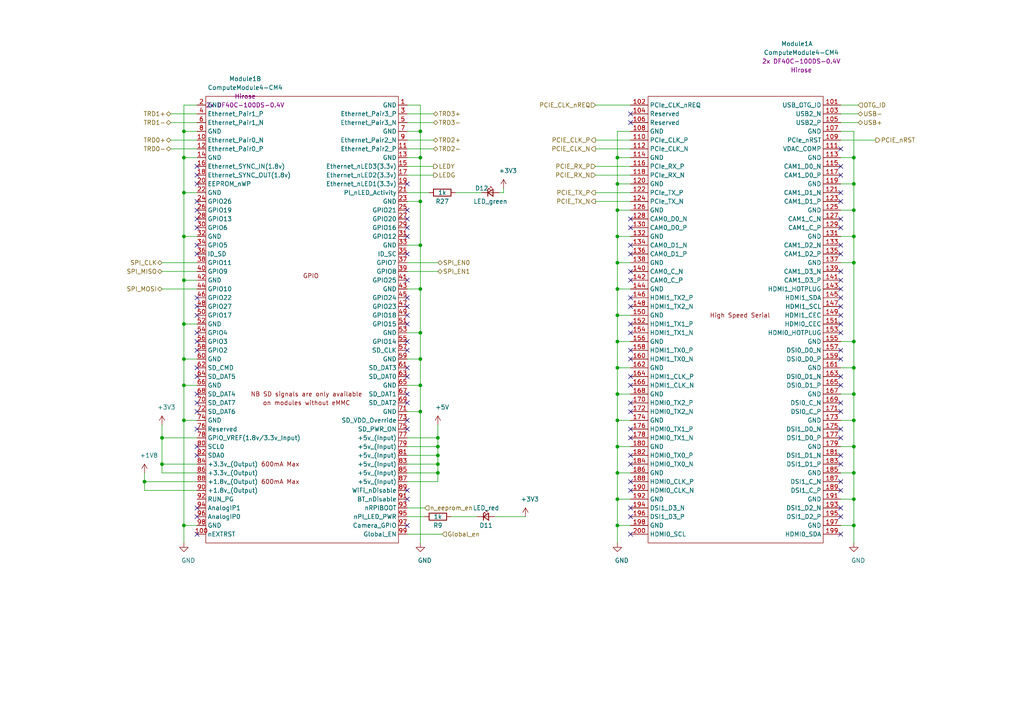
<source format=kicad_sch>
(kicad_sch (version 20211123) (generator eeschema)
  (paper "A4")
  (lib_symbols
    (symbol "CM4_NAS:ComputeModule4-CM4"
      (property "Reference" "Module" (at 113.03 -68.58 0))
      (property "Value" "ComputeModule4-CM4" (at 140.97 2.54 0))
      (property "Field4" "Hirose" (at 0 0 0))
      (property "Field5" "2x DF40C-100DS-0.4V" (at 0 -2.54 0))
      (symbol "ComputeModule4-CM4_1_0"
        (text "GPIO" (at 0 6.35 0) (effects (font (size 1.27 1.27))))
      )
      (symbol "ComputeModule4-CM4_1_1"
        (rectangle (start -30.48 -71.12) (end 25.4 58.42))
        (text "600mA Max" (at -8.89 -53.34 0) (effects (font (size 1.27 1.27))))
        (text "600mA Max" (at -8.89 -48.26 0) (effects (font (size 1.27 1.27))))
        (text "NB SD signals are only available" (at -1.27 -27.94 0) (effects (font (size 1.27 1.27))))
        (text "on modules without eMMC" (at -1.27 -30.48 0) (effects (font (size 1.27 1.27))))
        (pin power_in line (at 27.94 55.88 180) (length 2.54) (name "GND") (number "1"))
        (pin passive line (at -33.02 45.72 0) (length 2.54) (name "Ethernet_Pair0_N") (number "10"))
        (pin output line (at -33.02 -68.58 0) (length 2.54) (name "nEXTRST") (number "100"))
        (pin passive line (at 27.94 43.18 180) (length 2.54) (name "Ethernet_Pair2_P") (number "11"))
        (pin passive line (at -33.02 43.18 0) (length 2.54) (name "Ethernet_Pair0_P") (number "12"))
        (pin power_in line (at 27.94 40.64 180) (length 2.54) (name "GND") (number "13"))
        (pin power_in line (at -33.02 40.64 0) (length 2.54) (name "GND") (number "14"))
        (pin output line (at 27.94 38.1 180) (length 2.54) (name "Ethernet_nLED3(3.3v)") (number "15"))
        (pin input line (at -33.02 38.1 0) (length 2.54) (name "Ethernet_SYNC_IN(1.8v)") (number "16"))
        (pin output line (at 27.94 35.56 180) (length 2.54) (name "Ethernet_nLED2(3.3v)") (number "17"))
        (pin input line (at -33.02 35.56 0) (length 2.54) (name "Ethernet_SYNC_OUT(1.8v)") (number "18"))
        (pin output line (at 27.94 33.02 180) (length 2.54) (name "Ethernet_nLED1(3.3v)") (number "19"))
        (pin power_in line (at -33.02 55.88 0) (length 2.54) (name "GND") (number "2"))
        (pin passive line (at -33.02 33.02 0) (length 2.54) (name "EEPROM_nWP") (number "20"))
        (pin open_collector line (at 27.94 30.48 180) (length 2.54) (name "PI_nLED_Activity") (number "21"))
        (pin power_in line (at -33.02 30.48 0) (length 2.54) (name "GND") (number "22"))
        (pin power_in line (at 27.94 27.94 180) (length 2.54) (name "GND") (number "23"))
        (pin passive line (at -33.02 27.94 0) (length 2.54) (name "GPIO26") (number "24"))
        (pin passive line (at 27.94 25.4 180) (length 2.54) (name "GPIO21") (number "25"))
        (pin passive line (at -33.02 25.4 0) (length 2.54) (name "GPIO19") (number "26"))
        (pin passive line (at 27.94 22.86 180) (length 2.54) (name "GPIO20") (number "27"))
        (pin passive line (at -33.02 22.86 0) (length 2.54) (name "GPIO13") (number "28"))
        (pin passive line (at 27.94 20.32 180) (length 2.54) (name "GPIO16") (number "29"))
        (pin passive line (at 27.94 53.34 180) (length 2.54) (name "Ethernet_Pair3_P") (number "3"))
        (pin passive line (at -33.02 20.32 0) (length 2.54) (name "GPIO6") (number "30"))
        (pin passive line (at 27.94 17.78 180) (length 2.54) (name "GPIO12") (number "31"))
        (pin power_in line (at -33.02 17.78 0) (length 2.54) (name "GND") (number "32"))
        (pin power_in line (at 27.94 15.24 180) (length 2.54) (name "GND") (number "33"))
        (pin passive line (at -33.02 15.24 0) (length 2.54) (name "GPIO5") (number "34"))
        (pin passive line (at 27.94 12.7 180) (length 2.54) (name "ID_SC") (number "35"))
        (pin passive line (at -33.02 12.7 0) (length 2.54) (name "ID_SD") (number "36"))
        (pin passive line (at 27.94 10.16 180) (length 2.54) (name "GPIO7") (number "37"))
        (pin passive line (at -33.02 10.16 0) (length 2.54) (name "GPIO11") (number "38"))
        (pin passive line (at 27.94 7.62 180) (length 2.54) (name "GPIO8") (number "39"))
        (pin passive line (at -33.02 53.34 0) (length 2.54) (name "Ethernet_Pair1_P") (number "4"))
        (pin passive line (at -33.02 7.62 0) (length 2.54) (name "GPIO9") (number "40"))
        (pin passive line (at 27.94 5.08 180) (length 2.54) (name "GPIO25") (number "41"))
        (pin power_in line (at -33.02 5.08 0) (length 2.54) (name "GND") (number "42"))
        (pin power_in line (at 27.94 2.54 180) (length 2.54) (name "GND") (number "43"))
        (pin passive line (at -33.02 2.54 0) (length 2.54) (name "GPIO10") (number "44"))
        (pin passive line (at 27.94 0 180) (length 2.54) (name "GPIO24") (number "45"))
        (pin passive line (at -33.02 0 0) (length 2.54) (name "GPIO22") (number "46"))
        (pin passive line (at 27.94 -2.54 180) (length 2.54) (name "GPIO23") (number "47"))
        (pin passive line (at -33.02 -2.54 0) (length 2.54) (name "GPIO27") (number "48"))
        (pin passive line (at 27.94 -5.08 180) (length 2.54) (name "GPIO18") (number "49"))
        (pin passive line (at 27.94 50.8 180) (length 2.54) (name "Ethernet_Pair3_N") (number "5"))
        (pin passive line (at -33.02 -5.08 0) (length 2.54) (name "GPIO17") (number "50"))
        (pin passive line (at 27.94 -7.62 180) (length 2.54) (name "GPIO15") (number "51"))
        (pin power_in line (at -33.02 -7.62 0) (length 2.54) (name "GND") (number "52"))
        (pin power_in line (at 27.94 -10.16 180) (length 2.54) (name "GND") (number "53"))
        (pin passive line (at -33.02 -10.16 0) (length 2.54) (name "GPIO4") (number "54"))
        (pin passive line (at 27.94 -12.7 180) (length 2.54) (name "GPIO14") (number "55"))
        (pin passive line (at -33.02 -12.7 0) (length 2.54) (name "GPIO3") (number "56"))
        (pin passive line (at 27.94 -15.24 180) (length 2.54) (name "SD_CLK") (number "57"))
        (pin passive line (at -33.02 -15.24 0) (length 2.54) (name "GPIO2") (number "58"))
        (pin power_in line (at 27.94 -17.78 180) (length 2.54) (name "GND") (number "59"))
        (pin passive line (at -33.02 50.8 0) (length 2.54) (name "Ethernet_Pair1_N") (number "6"))
        (pin power_in line (at -33.02 -17.78 0) (length 2.54) (name "GND") (number "60"))
        (pin passive line (at 27.94 -20.32 180) (length 2.54) (name "SD_DAT3") (number "61"))
        (pin passive line (at -33.02 -20.32 0) (length 2.54) (name "SD_CMD") (number "62"))
        (pin passive line (at 27.94 -22.86 180) (length 2.54) (name "SD_DAT0") (number "63"))
        (pin passive line (at -33.02 -22.86 0) (length 2.54) (name "SD_DAT5") (number "64"))
        (pin power_in line (at 27.94 -25.4 180) (length 2.54) (name "GND") (number "65"))
        (pin power_in line (at -33.02 -25.4 0) (length 2.54) (name "GND") (number "66"))
        (pin passive line (at 27.94 -27.94 180) (length 2.54) (name "SD_DAT1") (number "67"))
        (pin passive line (at -33.02 -27.94 0) (length 2.54) (name "SD_DAT4") (number "68"))
        (pin passive line (at 27.94 -30.48 180) (length 2.54) (name "SD_DAT2") (number "69"))
        (pin power_in line (at 27.94 48.26 180) (length 2.54) (name "GND") (number "7"))
        (pin passive line (at -33.02 -30.48 0) (length 2.54) (name "SD_DAT7") (number "70"))
        (pin power_in line (at 27.94 -33.02 180) (length 2.54) (name "GND") (number "71"))
        (pin passive line (at -33.02 -33.02 0) (length 2.54) (name "SD_DAT6") (number "72"))
        (pin input line (at 27.94 -35.56 180) (length 2.54) (name "SD_VDD_Override") (number "73"))
        (pin power_in line (at -33.02 -35.56 0) (length 2.54) (name "GND") (number "74"))
        (pin output line (at 27.94 -38.1 180) (length 2.54) (name "SD_PWR_ON") (number "75"))
        (pin passive line (at -33.02 -38.1 0) (length 2.54) (name "Reserved") (number "76"))
        (pin power_in line (at 27.94 -40.64 180) (length 2.54) (name "+5v_(Input)") (number "77"))
        (pin power_in line (at -33.02 -40.64 0) (length 2.54) (name "GPIO_VREF(1.8v/3.3v_Input)") (number "78"))
        (pin power_in line (at 27.94 -43.18 180) (length 2.54) (name "+5v_(Input)") (number "79"))
        (pin power_in line (at -33.02 48.26 0) (length 2.54) (name "GND") (number "8"))
        (pin passive line (at -33.02 -43.18 0) (length 2.54) (name "SCL0") (number "80"))
        (pin power_in line (at 27.94 -45.72 180) (length 2.54) (name "+5v_(Input)") (number "81"))
        (pin passive line (at -33.02 -45.72 0) (length 2.54) (name "SDA0") (number "82"))
        (pin power_in line (at 27.94 -48.26 180) (length 2.54) (name "+5v_(Input)") (number "83"))
        (pin power_out line (at -33.02 -48.26 0) (length 2.54) (name "+3.3v_(Output)") (number "84"))
        (pin power_in line (at 27.94 -50.8 180) (length 2.54) (name "+5v_(Input)") (number "85"))
        (pin power_out line (at -33.02 -50.8 0) (length 2.54) (name "+3.3v_(Output)") (number "86"))
        (pin power_in line (at 27.94 -53.34 180) (length 2.54) (name "+5v_(Input)") (number "87"))
        (pin power_out line (at -33.02 -53.34 0) (length 2.54) (name "+1.8v_(Output)") (number "88"))
        (pin power_in line (at 27.94 -55.88 180) (length 2.54) (name "WiFi_nDisable") (number "89"))
        (pin passive line (at 27.94 45.72 180) (length 2.54) (name "Ethernet_Pair2_N") (number "9"))
        (pin power_out line (at -33.02 -55.88 0) (length 2.54) (name "+1.8v_(Output)") (number "90"))
        (pin power_in line (at 27.94 -58.42 180) (length 2.54) (name "BT_nDisable") (number "91"))
        (pin passive line (at -33.02 -58.42 0) (length 2.54) (name "RUN_PG") (number "92"))
        (pin input line (at 27.94 -60.96 180) (length 2.54) (name "nRPIBOOT") (number "93"))
        (pin passive line (at -33.02 -60.96 0) (length 2.54) (name "AnalogIP1") (number "94"))
        (pin output line (at 27.94 -63.5 180) (length 2.54) (name "nPI_LED_PWR") (number "95"))
        (pin passive line (at -33.02 -63.5 0) (length 2.54) (name "AnalogIP0") (number "96"))
        (pin passive line (at 27.94 -66.04 180) (length 2.54) (name "Camera_GPIO") (number "97"))
        (pin power_in line (at -33.02 -66.04 0) (length 2.54) (name "GND") (number "98"))
        (pin input line (at 27.94 -68.58 180) (length 2.54) (name "Global_EN") (number "99"))
      )
      (symbol "ComputeModule4-CM4_2_1"
        (rectangle (start 114.3 -66.04) (end 165.1 63.5))
        (text "High Speed Serial" (at 140.97 0 0) (effects (font (size 1.27 1.27))))
        (pin input line (at 170.18 60.96 180) (length 5.08) (name "USB_OTG_ID") (number "101"))
        (pin input line (at 109.22 60.96 0) (length 5.08) (name "PCIe_CLK_nREQ") (number "102"))
        (pin passive line (at 170.18 58.42 180) (length 5.08) (name "USB2_N") (number "103"))
        (pin passive line (at 109.22 58.42 0) (length 5.08) (name "Reserved") (number "104"))
        (pin passive line (at 170.18 55.88 180) (length 5.08) (name "USB2_P") (number "105"))
        (pin passive line (at 109.22 55.88 0) (length 5.08) (name "Reserved") (number "106"))
        (pin power_in line (at 170.18 53.34 180) (length 5.08) (name "GND") (number "107"))
        (pin power_in line (at 109.22 53.34 0) (length 5.08) (name "GND") (number "108"))
        (pin bidirectional line (at 170.18 50.8 180) (length 5.08) (name "PCIe_nRST") (number "109"))
        (pin output line (at 109.22 50.8 0) (length 5.08) (name "PCIe_CLK_P") (number "110"))
        (pin passive line (at 170.18 48.26 180) (length 5.08) (name "VDAC_COMP") (number "111"))
        (pin output line (at 109.22 48.26 0) (length 5.08) (name "PCIe_CLK_N") (number "112"))
        (pin power_in line (at 170.18 45.72 180) (length 5.08) (name "GND") (number "113"))
        (pin power_in line (at 109.22 45.72 0) (length 5.08) (name "GND") (number "114"))
        (pin input line (at 170.18 43.18 180) (length 5.08) (name "CAM1_D0_N") (number "115"))
        (pin input line (at 109.22 43.18 0) (length 5.08) (name "PCIe_RX_P") (number "116"))
        (pin input line (at 170.18 40.64 180) (length 5.08) (name "CAM1_D0_P") (number "117"))
        (pin input line (at 109.22 40.64 0) (length 5.08) (name "PCIe_RX_N") (number "118"))
        (pin power_in line (at 170.18 38.1 180) (length 5.08) (name "GND") (number "119"))
        (pin power_in line (at 109.22 38.1 0) (length 5.08) (name "GND") (number "120"))
        (pin input line (at 170.18 35.56 180) (length 5.08) (name "CAM1_D1_N") (number "121"))
        (pin output line (at 109.22 35.56 0) (length 5.08) (name "PCIe_TX_P") (number "122"))
        (pin input line (at 170.18 33.02 180) (length 5.08) (name "CAM1_D1_P") (number "123"))
        (pin output line (at 109.22 33.02 0) (length 5.08) (name "PCIe_TX_N") (number "124"))
        (pin power_in line (at 170.18 30.48 180) (length 5.08) (name "GND") (number "125"))
        (pin power_in line (at 109.22 30.48 0) (length 5.08) (name "GND") (number "126"))
        (pin input line (at 170.18 27.94 180) (length 5.08) (name "CAM1_C_N") (number "127"))
        (pin input line (at 109.22 27.94 0) (length 5.08) (name "CAM0_D0_N") (number "128"))
        (pin input line (at 170.18 25.4 180) (length 5.08) (name "CAM1_C_P") (number "129"))
        (pin input line (at 109.22 25.4 0) (length 5.08) (name "CAM0_D0_P") (number "130"))
        (pin power_in line (at 170.18 22.86 180) (length 5.08) (name "GND") (number "131"))
        (pin power_in line (at 109.22 22.86 0) (length 5.08) (name "GND") (number "132"))
        (pin input line (at 170.18 20.32 180) (length 5.08) (name "CAM1_D2_N") (number "133"))
        (pin input line (at 109.22 20.32 0) (length 5.08) (name "CAM0_D1_N") (number "134"))
        (pin input line (at 170.18 17.78 180) (length 5.08) (name "CAM1_D2_P") (number "135"))
        (pin input line (at 109.22 17.78 0) (length 5.08) (name "CAM0_D1_P") (number "136"))
        (pin power_in line (at 170.18 15.24 180) (length 5.08) (name "GND") (number "137"))
        (pin power_in line (at 109.22 15.24 0) (length 5.08) (name "GND") (number "138"))
        (pin input line (at 170.18 12.7 180) (length 5.08) (name "CAM1_D3_N") (number "139"))
        (pin input line (at 109.22 12.7 0) (length 5.08) (name "CAM0_C_N") (number "140"))
        (pin input line (at 170.18 10.16 180) (length 5.08) (name "CAM1_D3_P") (number "141"))
        (pin input line (at 109.22 10.16 0) (length 5.08) (name "CAM0_C_P") (number "142"))
        (pin input line (at 170.18 7.62 180) (length 5.08) (name "HDMI1_HOTPLUG") (number "143"))
        (pin power_in line (at 109.22 7.62 0) (length 5.08) (name "GND") (number "144"))
        (pin bidirectional line (at 170.18 5.08 180) (length 5.08) (name "HDMI1_SDA") (number "145"))
        (pin output line (at 109.22 5.08 0) (length 5.08) (name "HDMI1_TX2_P") (number "146"))
        (pin open_collector line (at 170.18 2.54 180) (length 5.08) (name "HDMI1_SCL") (number "147"))
        (pin output line (at 109.22 2.54 0) (length 5.08) (name "HDMI1_TX2_N") (number "148"))
        (pin open_collector line (at 170.18 0 180) (length 5.08) (name "HDMI1_CEC") (number "149"))
        (pin power_in line (at 109.22 0 0) (length 5.08) (name "GND") (number "150"))
        (pin open_collector line (at 170.18 -2.54 180) (length 5.08) (name "HDMI0_CEC") (number "151"))
        (pin output line (at 109.22 -2.54 0) (length 5.08) (name "HDMI1_TX1_P") (number "152"))
        (pin input line (at 170.18 -5.08 180) (length 5.08) (name "HDMI0_HOTPLUG") (number "153"))
        (pin output line (at 109.22 -5.08 0) (length 5.08) (name "HDMI1_TX1_N") (number "154"))
        (pin power_in line (at 170.18 -7.62 180) (length 5.08) (name "GND") (number "155"))
        (pin power_in line (at 109.22 -7.62 0) (length 5.08) (name "GND") (number "156"))
        (pin output line (at 170.18 -10.16 180) (length 5.08) (name "DSI0_D0_N") (number "157"))
        (pin output line (at 109.22 -10.16 0) (length 5.08) (name "HDMI1_TX0_P") (number "158"))
        (pin output line (at 170.18 -12.7 180) (length 5.08) (name "DSI0_D0_P") (number "159"))
        (pin output line (at 109.22 -12.7 0) (length 5.08) (name "HDMI1_TX0_N") (number "160"))
        (pin power_in line (at 170.18 -15.24 180) (length 5.08) (name "GND") (number "161"))
        (pin power_in line (at 109.22 -15.24 0) (length 5.08) (name "GND") (number "162"))
        (pin output line (at 170.18 -17.78 180) (length 5.08) (name "DSI0_D1_N") (number "163"))
        (pin output line (at 109.22 -17.78 0) (length 5.08) (name "HDMI1_CLK_P") (number "164"))
        (pin output line (at 170.18 -20.32 180) (length 5.08) (name "DSI0_D1_P") (number "165"))
        (pin output line (at 109.22 -20.32 0) (length 5.08) (name "HDMI1_CLK_N") (number "166"))
        (pin power_in line (at 170.18 -22.86 180) (length 5.08) (name "GND") (number "167"))
        (pin power_in line (at 109.22 -22.86 0) (length 5.08) (name "GND") (number "168"))
        (pin output line (at 170.18 -25.4 180) (length 5.08) (name "DSI0_C_N") (number "169"))
        (pin output line (at 109.22 -25.4 0) (length 5.08) (name "HDMI0_TX2_P") (number "170"))
        (pin output line (at 170.18 -27.94 180) (length 5.08) (name "DSI0_C_P") (number "171"))
        (pin output line (at 109.22 -27.94 0) (length 5.08) (name "HDMI0_TX2_N") (number "172"))
        (pin power_in line (at 170.18 -30.48 180) (length 5.08) (name "GND") (number "173"))
        (pin power_in line (at 109.22 -30.48 0) (length 5.08) (name "GND") (number "174"))
        (pin output line (at 170.18 -33.02 180) (length 5.08) (name "DSI1_D0_N") (number "175"))
        (pin output line (at 109.22 -33.02 0) (length 5.08) (name "HDMI0_TX1_P") (number "176"))
        (pin output line (at 170.18 -35.56 180) (length 5.08) (name "DSI1_D0_P") (number "177"))
        (pin output line (at 109.22 -35.56 0) (length 5.08) (name "HDMI0_TX1_N") (number "178"))
        (pin power_in line (at 170.18 -38.1 180) (length 5.08) (name "GND") (number "179"))
        (pin power_in line (at 109.22 -38.1 0) (length 5.08) (name "GND") (number "180"))
        (pin output line (at 170.18 -40.64 180) (length 5.08) (name "DSI1_D1_N") (number "181"))
        (pin output line (at 109.22 -40.64 0) (length 5.08) (name "HDMI0_TX0_P") (number "182"))
        (pin output line (at 170.18 -43.18 180) (length 5.08) (name "DSI1_D1_P") (number "183"))
        (pin output line (at 109.22 -43.18 0) (length 5.08) (name "HDMI0_TX0_N") (number "184"))
        (pin power_in line (at 170.18 -45.72 180) (length 5.08) (name "GND") (number "185"))
        (pin power_in line (at 109.22 -45.72 0) (length 5.08) (name "GND") (number "186"))
        (pin output line (at 170.18 -48.26 180) (length 5.08) (name "DSI1_C_N") (number "187"))
        (pin output line (at 109.22 -48.26 0) (length 5.08) (name "HDMI0_CLK_P") (number "188"))
        (pin output line (at 170.18 -50.8 180) (length 5.08) (name "DSI1_C_P") (number "189"))
        (pin output line (at 109.22 -50.8 0) (length 5.08) (name "HDMI0_CLK_N") (number "190"))
        (pin power_in line (at 170.18 -53.34 180) (length 5.08) (name "GND") (number "191"))
        (pin power_in line (at 109.22 -53.34 0) (length 5.08) (name "GND") (number "192"))
        (pin output line (at 170.18 -55.88 180) (length 5.08) (name "DSI1_D2_N") (number "193"))
        (pin output line (at 109.22 -55.88 0) (length 5.08) (name "DSI1_D3_N") (number "194"))
        (pin output line (at 170.18 -58.42 180) (length 5.08) (name "DSI1_D2_P") (number "195"))
        (pin output line (at 109.22 -58.42 0) (length 5.08) (name "DSI1_D3_P") (number "196"))
        (pin power_in line (at 170.18 -60.96 180) (length 5.08) (name "GND") (number "197"))
        (pin power_in line (at 109.22 -60.96 0) (length 5.08) (name "GND") (number "198"))
        (pin bidirectional line (at 170.18 -63.5 180) (length 5.08) (name "HDMI0_SDA") (number "199"))
        (pin open_collector line (at 109.22 -63.5 0) (length 5.08) (name "HDMI0_SCL") (number "200"))
      )
    )
    (symbol "Device:LED_Small" (pin_numbers hide) (pin_names (offset 0.254) hide)
      (property "Reference" "D" (at -1.27 3.175 0))
      (property "Value" "LED_Small" (at -4.445 -2.54 0))
      (symbol "LED_Small_0_1"
        (polyline (pts (xy -0.762 -1.016) (xy -0.762 1.016)) (stroke (width 0.254)))
        (polyline (pts (xy 1.016 0) (xy -0.762 0)))
        (polyline (pts (xy 0.762 -1.016) (xy -0.762 0) (xy 0.762 1.016) (xy 0.762 -1.016)) (stroke (width 0.254)))
        (polyline (pts (xy 0 0.762) (xy -0.508 1.27) (xy -0.254 1.27) (xy -0.508 1.27) (xy -0.508 1.016)))
        (polyline (pts (xy 0.508 1.27) (xy 0 1.778) (xy 0.254 1.778) (xy 0 1.778) (xy 0 1.524)))
      )
      (symbol "LED_Small_1_1"
        (pin passive line (at -2.54 0 0) (length 1.778) (name "K") (number "1"))
        (pin passive line (at 2.54 0 180) (length 1.778) (name "A") (number "2"))
      )
    )
    (symbol "Device:R" (pin_numbers hide) (pin_names (offset 0))
      (property "Reference" "R" (at 2.032 0 90))
      (property "Value" "R" (at 0 0 90))
      (symbol "R_0_1"
        (rectangle (start -1.016 -2.54) (end 1.016 2.54) (stroke (width 0.254)))
      )
      (symbol "R_1_1"
        (pin passive line (at 0 3.81 270) (length 1.27) (name "~") (number "1"))
        (pin passive line (at 0 -3.81 90) (length 1.27) (name "~") (number "2"))
      )
    )
    (symbol "power:+1V8" (power) (pin_names (offset 0))
      (property "Value" "+1V8" (at 0 3.556 0))
      (symbol "+1V8_0_1"
        (polyline (pts (xy -0.762 1.27) (xy 0 2.54)))
        (polyline (pts (xy 0 0) (xy 0 2.54)))
        (polyline (pts (xy 0 2.54) (xy 0.762 1.27)))
      )
      (symbol "+1V8_1_1"
        (pin power_in line (at 0 0 90) (length 0) hide (name "+1V8") (number "1"))
      )
    )
    (symbol "power:+3V3" (power) (pin_names (offset 0))
      (property "Value" "+3V3" (at 0 3.556 0))
      (symbol "+3V3_0_1"
        (polyline (pts (xy -0.762 1.27) (xy 0 2.54)))
        (polyline (pts (xy 0 0) (xy 0 2.54)))
        (polyline (pts (xy 0 2.54) (xy 0.762 1.27)))
      )
      (symbol "+3V3_1_1"
        (pin power_in line (at 0 0 90) (length 0) hide (name "+3V3") (number "1"))
      )
    )
    (symbol "power:+5V" (power) (pin_names (offset 0))
      (property "Value" "+5V" (at 0 3.556 0))
      (symbol "+5V_0_1"
        (polyline (pts (xy -0.762 1.27) (xy 0 2.54)))
        (polyline (pts (xy 0 0) (xy 0 2.54)))
        (polyline (pts (xy 0 2.54) (xy 0.762 1.27)))
      )
      (symbol "+5V_1_1"
        (pin power_in line (at 0 0 90) (length 0) hide (name "+5V") (number "1"))
      )
    )
    (symbol "power:GND" (power) (pin_names (offset 0))
      (property "Value" "GND" (at 0 -3.81 0))
      (symbol "GND_0_1"
        (polyline (pts (xy 0 0) (xy 0 -1.27) (xy 1.27 -1.27) (xy 0 -2.54) (xy -1.27 -1.27) (xy 0 -1.27)))
      )
      (symbol "GND_1_1"
        (pin power_in line (at 0 0 270) (length 0) hide (name "GND") (number "1"))
      )
    )
  )
  (junction (at 247.65 129.54) (diameter 0.9144))
  (junction (at 179.07 45.72) (diameter 0.9144))
  (junction (at 179.07 121.92) (diameter 0.9144))
  (junction (at 41.91 139.7) (diameter 0.9144))
  (junction (at 127 137.16) (diameter 0.9144))
  (junction (at 53.34 68.58) (diameter 0.9144))
  (junction (at 247.65 106.68) (diameter 0.9144))
  (junction (at 53.34 81.28) (diameter 0.9144))
  (junction (at 247.65 99.06) (diameter 0.9144))
  (junction (at 121.92 38.1) (diameter 0.9144))
  (junction (at 179.07 91.44) (diameter 0.9144))
  (junction (at 179.07 60.96) (diameter 0.9144))
  (junction (at 121.92 119.38) (diameter 0.9144))
  (junction (at 127 129.54) (diameter 0.9144))
  (junction (at 247.65 144.78) (diameter 0.9144))
  (junction (at 247.65 114.3) (diameter 0.9144))
  (junction (at 53.34 93.98) (diameter 0.9144))
  (junction (at 247.65 76.2) (diameter 0.9144))
  (junction (at 179.07 152.4) (diameter 0.9144))
  (junction (at 247.65 45.72) (diameter 0.9144))
  (junction (at 179.07 106.68) (diameter 0.9144))
  (junction (at 247.65 137.16) (diameter 0.9144))
  (junction (at 179.07 129.54) (diameter 0.9144))
  (junction (at 53.34 121.92) (diameter 0.9144))
  (junction (at 53.34 38.1) (diameter 0.9144))
  (junction (at 127 132.08) (diameter 0.9144))
  (junction (at 121.92 96.52) (diameter 0.9144))
  (junction (at 121.92 71.12) (diameter 0.9144))
  (junction (at 247.65 68.58) (diameter 0.9144))
  (junction (at 247.65 60.96) (diameter 0.9144))
  (junction (at 179.07 137.16) (diameter 0.9144))
  (junction (at 53.34 152.4) (diameter 0.9144))
  (junction (at 121.92 104.14) (diameter 0.9144))
  (junction (at 179.07 83.82) (diameter 0.9144))
  (junction (at 46.99 127))
  (junction (at 53.34 104.14) (diameter 0.9144))
  (junction (at 127 127) (diameter 0.9144))
  (junction (at 247.65 152.4) (diameter 0.9144))
  (junction (at 179.07 68.58) (diameter 0.9144))
  (junction (at 179.07 76.2) (diameter 0.9144))
  (junction (at 53.34 111.76) (diameter 0.9144))
  (junction (at 121.92 58.42) (diameter 0.9144))
  (junction (at 53.34 55.88) (diameter 0.9144))
  (junction (at 247.65 53.34) (diameter 0.9144))
  (junction (at 179.07 53.34) (diameter 0.9144))
  (junction (at 46.99 134.62) (diameter 0.9144))
  (junction (at 121.92 83.82) (diameter 0.9144))
  (junction (at 127 134.62) (diameter 0.9144))
  (junction (at 53.34 45.72) (diameter 0.9144))
  (junction (at 179.07 144.78) (diameter 0.9144))
  (junction (at 179.07 114.3) (diameter 0.9144))
  (junction (at 179.07 99.06) (diameter 0.9144))
  (junction (at 121.92 111.76) (diameter 0.9144))
  (junction (at 247.65 121.92) (diameter 0.9144))
  (junction (at 121.92 45.72) (diameter 0.9144))
  (no_connect (at 243.84 149.86))
  (no_connect (at 57.15 88.9))
  (no_connect (at 243.84 88.9))
  (no_connect (at 57.15 66.04))
  (no_connect (at 243.84 104.14))
  (no_connect (at 243.84 73.66))
  (no_connect (at 57.15 91.44))
  (no_connect (at 182.88 93.98))
  (no_connect (at 243.84 55.88))
  (no_connect (at 243.84 109.22))
  (no_connect (at 243.84 86.36))
  (no_connect (at 182.88 104.14))
  (no_connect (at 182.88 66.04))
  (no_connect (at 243.84 66.04))
  (no_connect (at 118.11 152.4))
  (no_connect (at 243.84 132.08))
  (no_connect (at 243.84 43.18))
  (no_connect (at 182.88 109.22))
  (no_connect (at 182.88 116.84))
  (no_connect (at 118.11 63.5))
  (no_connect (at 118.11 91.44))
  (no_connect (at 182.88 139.7))
  (no_connect (at 57.15 71.12))
  (no_connect (at 243.84 116.84))
  (no_connect (at 118.11 93.98))
  (no_connect (at 243.84 139.7))
  (no_connect (at 118.11 68.58))
  (no_connect (at 118.11 88.9))
  (no_connect (at 182.88 147.32))
  (no_connect (at 182.88 124.46))
  (no_connect (at 57.15 96.52))
  (no_connect (at 57.15 99.06))
  (no_connect (at 182.88 35.56))
  (no_connect (at 57.15 101.6))
  (no_connect (at 243.84 91.44))
  (no_connect (at 118.11 53.34))
  (no_connect (at 118.11 116.84))
  (no_connect (at 118.11 124.46))
  (no_connect (at 118.11 142.24))
  (no_connect (at 118.11 144.78))
  (no_connect (at 182.88 33.02))
  (no_connect (at 118.11 73.66))
  (no_connect (at 57.15 58.42))
  (no_connect (at 182.88 142.24))
  (no_connect (at 182.88 134.62))
  (no_connect (at 243.84 81.28))
  (no_connect (at 243.84 134.62))
  (no_connect (at 182.88 101.6))
  (no_connect (at 243.84 119.38))
  (no_connect (at 243.84 83.82))
  (no_connect (at 118.11 114.3))
  (no_connect (at 118.11 101.6))
  (no_connect (at 118.11 106.68))
  (no_connect (at 118.11 109.22))
  (no_connect (at 118.11 121.92))
  (no_connect (at 118.11 60.96))
  (no_connect (at 182.88 119.38))
  (no_connect (at 57.15 48.26))
  (no_connect (at 57.15 50.8))
  (no_connect (at 57.15 53.34))
  (no_connect (at 118.11 99.06))
  (no_connect (at 182.88 127))
  (no_connect (at 243.84 154.94))
  (no_connect (at 182.88 71.12))
  (no_connect (at 182.88 149.86))
  (no_connect (at 182.88 86.36))
  (no_connect (at 243.84 48.26))
  (no_connect (at 243.84 50.8))
  (no_connect (at 243.84 71.12))
  (no_connect (at 182.88 73.66))
  (no_connect (at 182.88 154.94))
  (no_connect (at 243.84 101.6))
  (no_connect (at 243.84 127))
  (no_connect (at 243.84 142.24))
  (no_connect (at 243.84 78.74))
  (no_connect (at 57.15 73.66))
  (no_connect (at 57.15 106.68))
  (no_connect (at 57.15 109.22))
  (no_connect (at 57.15 114.3))
  (no_connect (at 57.15 116.84))
  (no_connect (at 57.15 119.38))
  (no_connect (at 57.15 124.46))
  (no_connect (at 57.15 129.54))
  (no_connect (at 57.15 132.08))
  (no_connect (at 57.15 60.96))
  (no_connect (at 243.84 96.52))
  (no_connect (at 182.88 111.76))
  (no_connect (at 118.11 81.28))
  (no_connect (at 57.15 149.86))
  (no_connect (at 57.15 147.32))
  (no_connect (at 57.15 86.36))
  (no_connect (at 243.84 147.32))
  (no_connect (at 243.84 93.98))
  (no_connect (at 182.88 132.08))
  (no_connect (at 57.15 63.5))
  (no_connect (at 57.15 154.94))
  (no_connect (at 182.88 96.52))
  (no_connect (at 182.88 78.74))
  (no_connect (at 182.88 63.5))
  (no_connect (at 243.84 111.76))
  (no_connect (at 118.11 86.36))
  (no_connect (at 243.84 58.42))
  (no_connect (at 243.84 124.46))
  (no_connect (at 118.11 66.04))
  (no_connect (at 182.88 88.9))
  (no_connect (at 243.84 63.5))
  (no_connect (at 182.88 81.28))
  (wire (pts (xy 118.11 58.42) (xy 121.92 58.42)))
  (wire (pts (xy 243.84 35.56) (xy 248.92 35.56)))
  (wire (pts (xy 118.11 78.74) (xy 127 78.74)))
  (wire (pts (xy 247.65 76.2) (xy 247.65 99.06)))
  (wire (pts (xy 121.92 111.76) (xy 121.92 119.38)))
  (wire (pts (xy 118.11 48.26) (xy 125.73 48.26)))
  (wire (pts (xy 172.72 30.48) (xy 182.88 30.48)))
  (wire (pts (xy 121.92 71.12) (xy 121.92 83.82)))
  (wire (pts (xy 132.08 55.88) (xy 139.7 55.88)))
  (wire (pts (xy 118.11 76.2) (xy 127 76.2)))
  (wire (pts (xy 179.07 53.34) (xy 179.07 60.96)))
  (wire (pts (xy 49.53 33.02) (xy 57.15 33.02)))
  (wire (pts (xy 243.84 30.48) (xy 248.92 30.48)))
  (wire (pts (xy 243.84 121.92) (xy 247.65 121.92)))
  (wire (pts (xy 179.07 106.68) (xy 179.07 114.3)))
  (wire (pts (xy 118.11 45.72) (xy 121.92 45.72)))
  (wire (pts (xy 118.11 154.94) (xy 128.27 154.94)))
  (wire (pts (xy 118.11 132.08) (xy 127 132.08)))
  (wire (pts (xy 127 132.08) (xy 127 129.54)))
  (wire (pts (xy 121.92 38.1) (xy 121.92 45.72)))
  (wire (pts (xy 118.11 83.82) (xy 121.92 83.82)))
  (wire (pts (xy 53.34 152.4) (xy 53.34 157.48)))
  (wire (pts (xy 118.11 40.64) (xy 125.73 40.64)))
  (wire (pts (xy 172.72 50.8) (xy 182.88 50.8)))
  (wire (pts (xy 179.07 99.06) (xy 182.88 99.06)))
  (wire (pts (xy 247.65 114.3) (xy 247.65 121.92)))
  (wire (pts (xy 53.34 104.14) (xy 53.34 111.76)))
  (wire (pts (xy 53.34 152.4) (xy 57.15 152.4)))
  (wire (pts (xy 49.53 40.64) (xy 57.15 40.64)))
  (wire (pts (xy 247.65 129.54) (xy 247.65 137.16)))
  (wire (pts (xy 53.34 68.58) (xy 53.34 81.28)))
  (wire (pts (xy 243.84 53.34) (xy 247.65 53.34)))
  (wire (pts (xy 179.07 144.78) (xy 182.88 144.78)))
  (wire (pts (xy 247.65 137.16) (xy 247.65 144.78)))
  (wire (pts (xy 146.05 55.88) (xy 146.05 54.61)))
  (wire (pts (xy 46.99 123.19) (xy 46.99 127)))
  (wire (pts (xy 243.84 129.54) (xy 247.65 129.54)))
  (wire (pts (xy 172.72 55.88) (xy 182.88 55.88)))
  (wire (pts (xy 53.34 38.1) (xy 57.15 38.1)))
  (wire (pts (xy 118.11 33.02) (xy 125.73 33.02)))
  (wire (pts (xy 243.84 152.4) (xy 247.65 152.4)))
  (wire (pts (xy 179.07 76.2) (xy 182.88 76.2)))
  (wire (pts (xy 118.11 134.62) (xy 127 134.62)))
  (wire (pts (xy 127 134.62) (xy 127 132.08)))
  (wire (pts (xy 247.65 68.58) (xy 247.65 76.2)))
  (wire (pts (xy 121.92 83.82) (xy 121.92 96.52)))
  (wire (pts (xy 53.34 81.28) (xy 53.34 93.98)))
  (wire (pts (xy 46.99 127) (xy 46.99 134.62)))
  (wire (pts (xy 46.99 134.62) (xy 57.15 134.62)))
  (wire (pts (xy 179.07 91.44) (xy 179.07 99.06)))
  (wire (pts (xy 118.11 55.88) (xy 124.46 55.88)))
  (wire (pts (xy 247.65 45.72) (xy 247.65 53.34)))
  (wire (pts (xy 121.92 45.72) (xy 121.92 58.42)))
  (wire (pts (xy 118.11 119.38) (xy 121.92 119.38)))
  (wire (pts (xy 118.11 71.12) (xy 121.92 71.12)))
  (wire (pts (xy 53.34 93.98) (xy 53.34 104.14)))
  (wire (pts (xy 49.53 43.18) (xy 57.15 43.18)))
  (wire (pts (xy 243.84 99.06) (xy 247.65 99.06)))
  (wire (pts (xy 243.84 60.96) (xy 247.65 60.96)))
  (wire (pts (xy 130.81 149.86) (xy 138.43 149.86)))
  (wire (pts (xy 247.65 121.92) (xy 247.65 129.54)))
  (wire (pts (xy 243.84 114.3) (xy 247.65 114.3)))
  (wire (pts (xy 179.07 91.44) (xy 182.88 91.44)))
  (wire (pts (xy 179.07 60.96) (xy 179.07 68.58)))
  (wire (pts (xy 247.65 152.4) (xy 247.65 157.48)))
  (wire (pts (xy 179.07 106.68) (xy 182.88 106.68)))
  (wire (pts (xy 53.34 38.1) (xy 53.34 45.72)))
  (wire (pts (xy 172.72 40.64) (xy 182.88 40.64)))
  (wire (pts (xy 53.34 45.72) (xy 53.34 55.88)))
  (wire (pts (xy 179.07 121.92) (xy 179.07 129.54)))
  (wire (pts (xy 179.07 68.58) (xy 182.88 68.58)))
  (wire (pts (xy 118.11 35.56) (xy 125.73 35.56)))
  (wire (pts (xy 53.34 68.58) (xy 57.15 68.58)))
  (wire (pts (xy 41.91 137.16) (xy 41.91 139.7)))
  (wire (pts (xy 41.91 139.7) (xy 57.15 139.7)))
  (wire (pts (xy 53.34 104.14) (xy 57.15 104.14)))
  (wire (pts (xy 53.34 55.88) (xy 57.15 55.88)))
  (wire (pts (xy 53.34 121.92) (xy 53.34 152.4)))
  (wire (pts (xy 46.99 78.74) (xy 57.15 78.74)))
  (wire (pts (xy 53.34 111.76) (xy 57.15 111.76)))
  (wire (pts (xy 179.07 76.2) (xy 179.07 83.82)))
  (wire (pts (xy 243.84 106.68) (xy 247.65 106.68)))
  (wire (pts (xy 243.84 76.2) (xy 247.65 76.2)))
  (wire (pts (xy 179.07 83.82) (xy 182.88 83.82)))
  (wire (pts (xy 243.84 33.02) (xy 248.92 33.02)))
  (wire (pts (xy 179.07 137.16) (xy 179.07 144.78)))
  (wire (pts (xy 118.11 147.32) (xy 123.19 147.32)))
  (wire (pts (xy 179.07 45.72) (xy 182.88 45.72)))
  (wire (pts (xy 143.51 149.86) (xy 152.4 149.86)))
  (wire (pts (xy 46.99 127) (xy 57.15 127)))
  (wire (pts (xy 53.34 55.88) (xy 53.34 68.58)))
  (wire (pts (xy 118.11 111.76) (xy 121.92 111.76)))
  (wire (pts (xy 179.07 99.06) (xy 179.07 106.68)))
  (wire (pts (xy 53.34 111.76) (xy 53.34 121.92)))
  (wire (pts (xy 243.84 144.78) (xy 247.65 144.78)))
  (wire (pts (xy 179.07 45.72) (xy 179.07 53.34)))
  (wire (pts (xy 243.84 38.1) (xy 247.65 38.1)))
  (wire (pts (xy 179.07 38.1) (xy 179.07 45.72)))
  (wire (pts (xy 121.92 30.48) (xy 121.92 38.1)))
  (wire (pts (xy 121.92 104.14) (xy 121.92 111.76)))
  (wire (pts (xy 121.92 119.38) (xy 121.92 157.48)))
  (wire (pts (xy 247.65 38.1) (xy 247.65 45.72)))
  (wire (pts (xy 243.84 40.64) (xy 254 40.64)))
  (wire (pts (xy 243.84 45.72) (xy 247.65 45.72)))
  (wire (pts (xy 179.07 83.82) (xy 179.07 91.44)))
  (wire (pts (xy 172.72 58.42) (xy 182.88 58.42)))
  (wire (pts (xy 127 123.19) (xy 127 127)))
  (wire (pts (xy 127 127) (xy 118.11 127)))
  (wire (pts (xy 41.91 142.24) (xy 41.91 139.7)))
  (wire (pts (xy 41.91 142.24) (xy 57.15 142.24)))
  (wire (pts (xy 179.07 152.4) (xy 182.88 152.4)))
  (wire (pts (xy 53.34 121.92) (xy 57.15 121.92)))
  (wire (pts (xy 53.34 81.28) (xy 57.15 81.28)))
  (wire (pts (xy 118.11 96.52) (xy 121.92 96.52)))
  (wire (pts (xy 179.07 121.92) (xy 182.88 121.92)))
  (wire (pts (xy 179.07 53.34) (xy 182.88 53.34)))
  (wire (pts (xy 179.07 129.54) (xy 179.07 137.16)))
  (wire (pts (xy 118.11 50.8) (xy 125.73 50.8)))
  (wire (pts (xy 179.07 114.3) (xy 182.88 114.3)))
  (wire (pts (xy 172.72 48.26) (xy 182.88 48.26)))
  (wire (pts (xy 46.99 137.16) (xy 46.99 134.62)))
  (wire (pts (xy 57.15 137.16) (xy 46.99 137.16)))
  (wire (pts (xy 247.65 53.34) (xy 247.65 60.96)))
  (wire (pts (xy 179.07 144.78) (xy 179.07 152.4)))
  (wire (pts (xy 172.72 43.18) (xy 182.88 43.18)))
  (wire (pts (xy 118.11 137.16) (xy 127 137.16)))
  (wire (pts (xy 127 137.16) (xy 127 134.62)))
  (wire (pts (xy 247.65 144.78) (xy 247.65 152.4)))
  (wire (pts (xy 118.11 129.54) (xy 127 129.54)))
  (wire (pts (xy 127 129.54) (xy 127 127)))
  (wire (pts (xy 49.53 35.56) (xy 57.15 35.56)))
  (wire (pts (xy 118.11 149.86) (xy 123.19 149.86)))
  (wire (pts (xy 243.84 137.16) (xy 247.65 137.16)))
  (wire (pts (xy 118.11 104.14) (xy 121.92 104.14)))
  (wire (pts (xy 179.07 60.96) (xy 182.88 60.96)))
  (wire (pts (xy 118.11 30.48) (xy 121.92 30.48)))
  (wire (pts (xy 179.07 129.54) (xy 182.88 129.54)))
  (wire (pts (xy 121.92 96.52) (xy 121.92 104.14)))
  (wire (pts (xy 118.11 38.1) (xy 121.92 38.1)))
  (wire (pts (xy 53.34 30.48) (xy 53.34 38.1)))
  (wire (pts (xy 179.07 114.3) (xy 179.07 121.92)))
  (wire (pts (xy 118.11 139.7) (xy 127 139.7)))
  (wire (pts (xy 127 139.7) (xy 127 137.16)))
  (wire (pts (xy 182.88 38.1) (xy 179.07 38.1)))
  (wire (pts (xy 179.07 152.4) (xy 179.07 157.48)))
  (wire (pts (xy 53.34 45.72) (xy 57.15 45.72)))
  (wire (pts (xy 121.92 58.42) (xy 121.92 71.12)))
  (wire (pts (xy 179.07 68.58) (xy 179.07 76.2)))
  (wire (pts (xy 46.99 83.82) (xy 57.15 83.82)))
  (wire (pts (xy 57.15 30.48) (xy 53.34 30.48)))
  (wire (pts (xy 118.11 43.18) (xy 125.73 43.18)))
  (wire (pts (xy 182.88 137.16) (xy 179.07 137.16)))
  (wire (pts (xy 46.99 76.2) (xy 57.15 76.2)))
  (wire (pts (xy 144.78 55.88) (xy 146.05 55.88)))
  (wire (pts (xy 247.65 106.68) (xy 247.65 114.3)))
  (wire (pts (xy 53.34 93.98) (xy 57.15 93.98)))
  (wire (pts (xy 243.84 68.58) (xy 247.65 68.58)))
  (wire (pts (xy 247.65 60.96) (xy 247.65 68.58)))
  (wire (pts (xy 247.65 99.06) (xy 247.65 106.68)))
  (hierarchical_label "PCIE_nRST" (shape output) (at 254 40.64 0))
  (hierarchical_label "PCIE_CLK_nREQ" (shape input) (at 172.72 30.48 180))
  (hierarchical_label "SPI_EN0" (shape bidirectional) (at 127 76.2 0))
  (hierarchical_label "SPI_EN1" (shape bidirectional) (at 127 78.74 0))
  (hierarchical_label "USB-" (shape bidirectional) (at 248.92 33.02 0))
  (hierarchical_label "PCIE_TX_P" (shape output) (at 172.72 55.88 180))
  (hierarchical_label "TRD1-" (shape bidirectional) (at 49.53 35.56 180))
  (hierarchical_label "PCIE_TX_N" (shape output) (at 172.72 58.42 180))
  (hierarchical_label "TRD2+" (shape bidirectional) (at 125.73 40.64 0))
  (hierarchical_label "TRD3+" (shape bidirectional) (at 125.73 33.02 0))
  (hierarchical_label "PCIE_CLK_P" (shape output) (at 172.72 40.64 180))
  (hierarchical_label "SPI_MISO" (shape bidirectional) (at 46.99 78.74 180))
  (hierarchical_label "n_eeprom_en" (shape input) (at 123.19 147.32 0))
  (hierarchical_label "TRD3-" (shape bidirectional) (at 125.73 35.56 0))
  (hierarchical_label "PCIE_RX_P" (shape input) (at 172.72 48.26 180))
  (hierarchical_label "TRD0+" (shape bidirectional) (at 49.53 40.64 180))
  (hierarchical_label "SPI_MOSI" (shape bidirectional) (at 46.99 83.82 180))
  (hierarchical_label "PCIE_RX_N" (shape input) (at 172.72 50.8 180))
  (hierarchical_label "PCIE_CLK_N" (shape output) (at 172.72 43.18 180))
  (hierarchical_label "OTG_ID" (shape input) (at 248.92 30.48 0))
  (hierarchical_label "Global_en" (shape input) (at 128.27 154.94 0))
  (hierarchical_label "USB+" (shape bidirectional) (at 248.92 35.56 0))
  (hierarchical_label "LEDG" (shape output) (at 125.73 50.8 0))
  (hierarchical_label "TRD2-" (shape bidirectional) (at 125.73 43.18 0))
  (hierarchical_label "SPI_CLK" (shape bidirectional) (at 46.99 76.2 180))
  (hierarchical_label "TRD1+" (shape bidirectional) (at 49.53 33.02 180))
  (hierarchical_label "LEDY" (shape output) (at 125.73 48.26 0))
  (hierarchical_label "TRD0-" (shape bidirectional) (at 49.53 43.18 180))
  (symbol (lib_id "Device:R") (at 127 149.86 90) (unit 1)
    (property "Reference" "R9" (at 127 152.4 90))
    (property "Value" "1k" (at 127 149.86 90))
    (property "Footprint" "Resistor_SMD:R_0402_1005Metric" (effects hide))
    (property "MFR" "Yageo" (effects hide))
    (property "MPN" "AC0402FR-071KL" (effects hide))
  )
  (symbol (lib_id "power:GND") (at 121.92 157.48 0) (unit 1)
    (property "Reference" "#PWR0109" (effects hide))
    (property "Value" "GND" (at 123.19 162.56 0))
  )
  (symbol (lib_id "power:+3V3") (at 152.4 149.86 0) (unit 1)
    (property "Reference" "#PWR0182" (effects hide))
    (property "Value" "+3V3" (at 153.67 144.78 0))
  )
  (symbol (lib_id "Device:R") (at 128.27 55.88 90) (unit 1)
    (property "Reference" "R27" (at 128.27 58.42 90))
    (property "Value" "1k" (at 128.27 55.88 90))
    (property "Footprint" "Resistor_SMD:R_0402_1005Metric" (effects hide))
    (property "MFR" "Yageo" (effects hide))
    (property "MPN" "AC0402FR-071KL" (effects hide))
  )
  (symbol (lib_id "power:+5V") (at 127 123.19 0) (unit 1)
    (property "Reference" "#PWR0175" (effects hide))
    (property "Value" "+5V" (at 128.27 118.11 0))
  )
  (symbol (lib_id "power:+3V3") (at 146.05 54.61 0) (unit 1)
    (property "Reference" "#PWR0183" (effects hide))
    (property "Value" "+3V3" (at 147.32 49.53 0))
  )
  (symbol (lib_id "Device:LED_Small") (at 140.97 149.86 0) (unit 1)
    (property "Reference" "D11" (at 140.97 152.4 0))
    (property "Value" "LED_red" (at 140.97 147.32 0))
    (property "Footprint" "LED_SMD:LED_0603_1608Metric" (effects hide))
    (property "MFR" "Kingbright" (effects hide))
    (property "MPN" "APHD1608LSURCK" (effects hide))
  )
  (symbol (lib_id "power:+3V3") (at 46.99 123.19 0) (unit 1)
    (property "Reference" "#PWR0173" (effects hide))
    (property "Value" "+3V3" (at 48.26 118.11 0))
  )
  (symbol (lib_id "power:GND") (at 247.65 157.48 0) (unit 1)
    (property "Reference" "#PWR0107" (effects hide))
    (property "Value" "GND" (at 248.92 162.56 0))
  )
  (symbol (lib_id "power:GND") (at 53.34 157.48 0) (unit 1)
    (property "Reference" "#PWR0110" (effects hide))
    (property "Value" "GND" (at 54.61 162.56 0))
  )
  (symbol (lib_id "power:GND") (at 179.07 157.48 0) (unit 1)
    (property "Reference" "#PWR0108" (effects hide))
    (property "Value" "GND" (at 180.34 162.56 0))
  )
  (symbol (lib_id "Device:LED_Small") (at 142.24 55.88 0) (unit 1)
    (property "Reference" "D12" (at 139.7 54.61 0))
    (property "Value" "LED_green" (at 142.24 58.42 0))
    (property "Footprint" "LED_SMD:LED_0603_1608Metric" (effects hide))
    (property "MFR" "Kingbright" (effects hide))
    (property "MPN" "APTD1608LCGCK" (effects hide))
  )
  (symbol (lib_id "CM4_NAS:ComputeModule4-CM4") (at 90.17 86.36 0) (unit 1)
    (property "Reference" "Module1" (at 231.14 12.7 0))
    (property "Value" "ComputeModule4-CM4" (at 232.41 15.24 0))
    (property "Footprint" "CM4+NAS:Raspberry-Pi-4-Compute-Module" (effects hide))
    (property "Field4" "Hirose" (at 232.41 20.32 0))
    (property "Field5" "2x DF40C-100DS-0.4V" (at 232.41 17.78 0))
    (property "MFR" "Sparkfun" (effects hide))
    (property "MPN" "DEV-17392" (effects hide))
  )
  (symbol (lib_id "power:+1V8") (at 41.91 137.16 0) (unit 1)
    (property "Reference" "#PWR0174" (effects hide))
    (property "Value" "+1V8" (at 43.18 132.08 0))
  )
  (symbol (lib_id "CM4_NAS:ComputeModule4-CM4") (at 73.66 91.44 0) (unit 2)
    (property "Reference" "Module1" (at 71.12 22.86 0))
    (property "Value" "ComputeModule4-CM4" (at 71.12 25.4 0))
    (property "Footprint" "CM4+NAS:Raspberry-Pi-4-Compute-Module" (effects hide))
    (property "Field4" "Hirose" (at 71.12 27.94 0))
    (property "Field5" "2x DF40C-100DS-0.4V" (at 71.12 30.48 0))
    (property "MFR" "Sparkfun" (effects hide))
    (property "MPN" "DEV-17392" (effects hide))
  )
)
</source>
